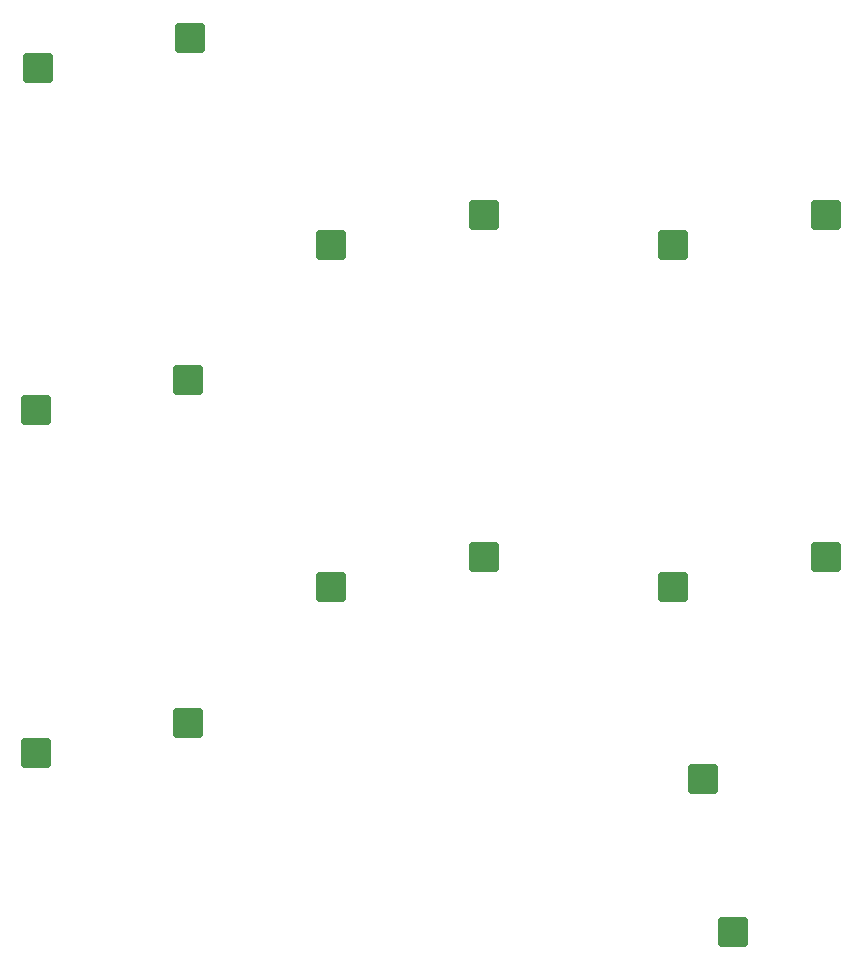
<source format=gbr>
%TF.GenerationSoftware,KiCad,Pcbnew,8.0.4*%
%TF.CreationDate,2024-07-29T01:23:14-07:00*%
%TF.ProjectId,panel_2,70616e65-6c5f-4322-9e6b-696361645f70,rev?*%
%TF.SameCoordinates,Original*%
%TF.FileFunction,Paste,Bot*%
%TF.FilePolarity,Positive*%
%FSLAX46Y46*%
G04 Gerber Fmt 4.6, Leading zero omitted, Abs format (unit mm)*
G04 Created by KiCad (PCBNEW 8.0.4) date 2024-07-29 01:23:14*
%MOMM*%
%LPD*%
G01*
G04 APERTURE LIST*
G04 Aperture macros list*
%AMRoundRect*
0 Rectangle with rounded corners*
0 $1 Rounding radius*
0 $2 $3 $4 $5 $6 $7 $8 $9 X,Y pos of 4 corners*
0 Add a 4 corners polygon primitive as box body*
4,1,4,$2,$3,$4,$5,$6,$7,$8,$9,$2,$3,0*
0 Add four circle primitives for the rounded corners*
1,1,$1+$1,$2,$3*
1,1,$1+$1,$4,$5*
1,1,$1+$1,$6,$7*
1,1,$1+$1,$8,$9*
0 Add four rect primitives between the rounded corners*
20,1,$1+$1,$2,$3,$4,$5,0*
20,1,$1+$1,$4,$5,$6,$7,0*
20,1,$1+$1,$6,$7,$8,$9,0*
20,1,$1+$1,$8,$9,$2,$3,0*%
G04 Aperture macros list end*
%ADD10RoundRect,0.250000X-1.025000X-1.000000X1.025000X-1.000000X1.025000X1.000000X-1.025000X1.000000X0*%
%ADD11RoundRect,0.250000X1.000000X-1.025000X1.000000X1.025000X-1.000000X1.025000X-1.000000X-1.025000X0*%
G04 APERTURE END LIST*
D10*
%TO.C,SW4_LP*%
X123325943Y-83720000D03*
X110398943Y-86260000D03*
%TD*%
%TO.C,SW6_DI*%
X123506257Y-54720561D03*
X110579257Y-57260561D03*
%TD*%
%TO.C,SW9_HK*%
X177325943Y-98720000D03*
X164398943Y-101260000D03*
%TD*%
%TO.C,SW5_MP*%
X148325943Y-69720000D03*
X135398943Y-72260000D03*
%TD*%
%TO.C,SW3_MK*%
X148325943Y-98720000D03*
X135398943Y-101260000D03*
%TD*%
%TO.C,SW7_HP*%
X177325943Y-69720000D03*
X164398943Y-72260000D03*
%TD*%
%TO.C,SW2_LK*%
X123325943Y-112720000D03*
X110398943Y-115260000D03*
%TD*%
D11*
%TO.C,SW12_THROW*%
X169414124Y-130439094D03*
X166874124Y-117512094D03*
%TD*%
M02*

</source>
